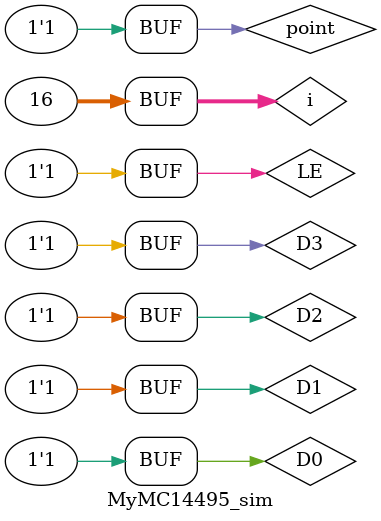
<source format=v>

`timescale 1ns / 1ps

module MyMC14495_sim();

// Inputs
   reg point;
   reg D0;
   reg D1;
   reg D2;
   reg D3;
   reg LE;

// Output
   wire g;
   wire p;
   wire f;
   wire e;
   wire d;
   wire c;
   wire b;
   wire a;

// Bidirs

// Instantiate the UUT
   MyMC14495 UUT (
		.g(g), 
		.p(p), 
		.point(point), 
		.f(f), 
		.e(e), 
		.d(d), 
		.c(c), 
		.b(b), 
		.a(a), 
		.D0(D0), 
		.D1(D1), 
		.D2(D2), 
		.D3(D3), 
		.LE(LE)
   );
// Initialize Inputs
   //`ifdef auto_init
	integer i;
   initial begin
		point = 0;
		D0 = 0;
		D1 = 0;
		D2 = 0;
		D3 = 0;
		LE = 0;
		for(i=0;i<=15;i=i+1)begin
			#50;
			{D3,D2,D1,D0} = i;
			point = i;
		end
		
		#50;
		LE = 1;
	end
   //`endif
endmodule

</source>
